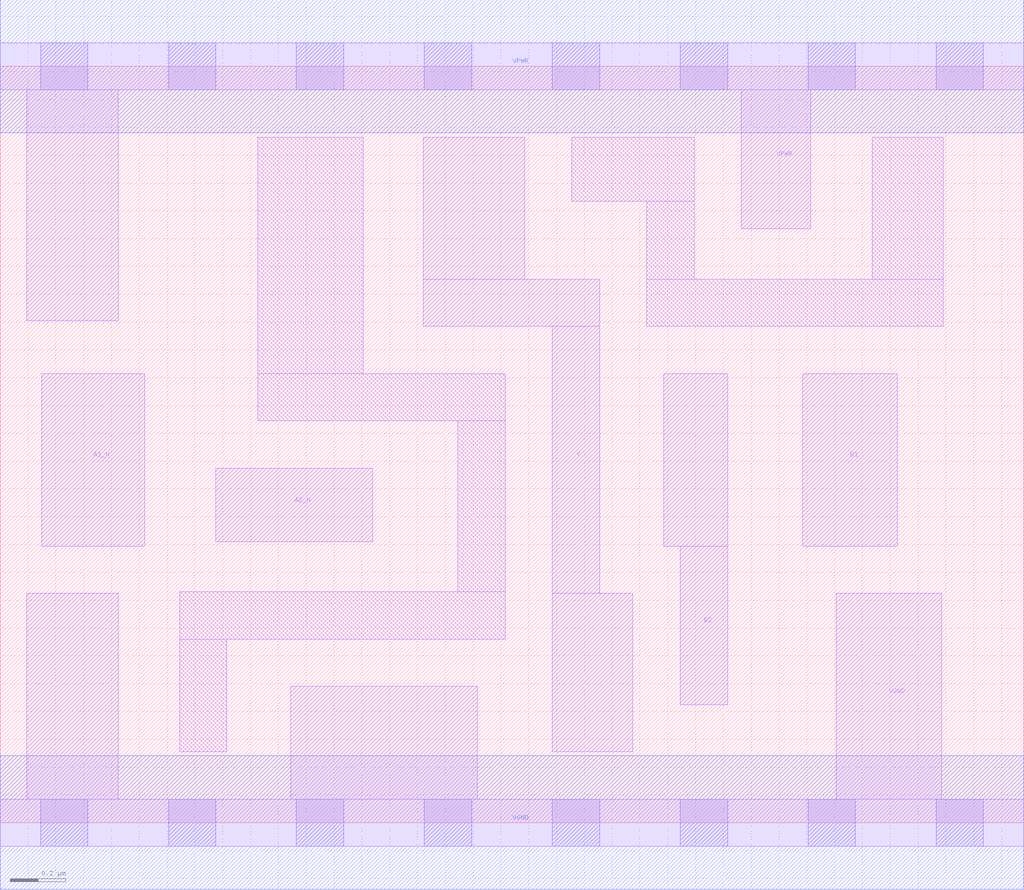
<source format=lef>
# Copyright 2020 The SkyWater PDK Authors
#
# Licensed under the Apache License, Version 2.0 (the "License");
# you may not use this file except in compliance with the License.
# You may obtain a copy of the License at
#
#     https://www.apache.org/licenses/LICENSE-2.0
#
# Unless required by applicable law or agreed to in writing, software
# distributed under the License is distributed on an "AS IS" BASIS,
# WITHOUT WARRANTIES OR CONDITIONS OF ANY KIND, either express or implied.
# See the License for the specific language governing permissions and
# limitations under the License.
#
# SPDX-License-Identifier: Apache-2.0

VERSION 5.7 ;
BUSBITCHARS "[]" ;
DIVIDERCHAR "/" ;
PROPERTYDEFINITIONS
  MACRO maskLayoutSubType STRING ;
  MACRO prCellType STRING ;
  MACRO originalViewName STRING ;
END PROPERTYDEFINITIONS
MACRO sky130_fd_sc_hdll__a2bb2oi_1
  ORIGIN  0.000000  0.000000 ;
  CLASS CORE ;
  SYMMETRY X Y R90 ;
  SIZE  3.680000 BY  2.720000 ;
  SITE unithd ;
  PIN A1_N
    ANTENNAGATEAREA  0.277500 ;
    DIRECTION INPUT ;
    USE SIGNAL ;
    PORT
      LAYER li1 ;
        RECT 0.150000 0.995000 0.520000 1.615000 ;
    END
  END A1_N
  PIN A2_N
    ANTENNAGATEAREA  0.277500 ;
    DIRECTION INPUT ;
    USE SIGNAL ;
    PORT
      LAYER li1 ;
        RECT 0.775000 1.010000 1.340000 1.275000 ;
    END
  END A2_N
  PIN B1
    ANTENNAGATEAREA  0.277500 ;
    DIRECTION INPUT ;
    USE SIGNAL ;
    PORT
      LAYER li1 ;
        RECT 2.885000 0.995000 3.225000 1.615000 ;
    END
  END B1
  PIN B2
    ANTENNAGATEAREA  0.277500 ;
    DIRECTION INPUT ;
    USE SIGNAL ;
    PORT
      LAYER li1 ;
        RECT 2.385000 0.995000 2.615000 1.615000 ;
        RECT 2.445000 0.425000 2.615000 0.995000 ;
    END
  END B2
  PIN Y
    ANTENNADIFFAREA  0.530000 ;
    DIRECTION OUTPUT ;
    USE SIGNAL ;
    PORT
      LAYER li1 ;
        RECT 1.520000 1.785000 2.155000 1.955000 ;
        RECT 1.520000 1.955000 1.885000 2.465000 ;
        RECT 1.985000 0.255000 2.275000 0.825000 ;
        RECT 1.985000 0.825000 2.155000 1.785000 ;
    END
  END Y
  PIN VGND
    DIRECTION INOUT ;
    USE GROUND ;
    PORT
      LAYER li1 ;
        RECT 0.000000 -0.085000 3.680000 0.085000 ;
        RECT 0.095000  0.085000 0.425000 0.825000 ;
        RECT 1.045000  0.085000 1.715000 0.490000 ;
        RECT 3.005000  0.085000 3.385000 0.825000 ;
      LAYER met1 ;
        RECT 0.000000 -0.240000 3.680000 0.240000 ;
    END
  END VGND
  PIN VPWR
    DIRECTION INOUT ;
    USE POWER ;
    PORT
      LAYER li1 ;
        RECT 0.000000 2.635000 3.680000 2.805000 ;
        RECT 0.095000 1.805000 0.425000 2.635000 ;
        RECT 2.665000 2.135000 2.915000 2.635000 ;
      LAYER met1 ;
        RECT 0.000000 2.480000 3.680000 2.960000 ;
    END
  END VPWR
  OBS
    LAYER li1 ;
      RECT 0.645000 0.255000 0.815000 0.660000 ;
      RECT 0.645000 0.660000 1.815000 0.830000 ;
      RECT 0.925000 1.445000 1.815000 1.615000 ;
      RECT 0.925000 1.615000 1.305000 2.465000 ;
      RECT 1.645000 0.830000 1.815000 1.445000 ;
      RECT 2.055000 2.235000 2.495000 2.465000 ;
      RECT 2.325000 1.785000 3.390000 1.955000 ;
      RECT 2.325000 1.955000 2.495000 2.235000 ;
      RECT 3.135000 1.955000 3.390000 2.465000 ;
    LAYER mcon ;
      RECT 0.145000 -0.085000 0.315000 0.085000 ;
      RECT 0.145000  2.635000 0.315000 2.805000 ;
      RECT 0.605000 -0.085000 0.775000 0.085000 ;
      RECT 0.605000  2.635000 0.775000 2.805000 ;
      RECT 1.065000 -0.085000 1.235000 0.085000 ;
      RECT 1.065000  2.635000 1.235000 2.805000 ;
      RECT 1.525000 -0.085000 1.695000 0.085000 ;
      RECT 1.525000  2.635000 1.695000 2.805000 ;
      RECT 1.985000 -0.085000 2.155000 0.085000 ;
      RECT 1.985000  2.635000 2.155000 2.805000 ;
      RECT 2.445000 -0.085000 2.615000 0.085000 ;
      RECT 2.445000  2.635000 2.615000 2.805000 ;
      RECT 2.905000 -0.085000 3.075000 0.085000 ;
      RECT 2.905000  2.635000 3.075000 2.805000 ;
      RECT 3.365000 -0.085000 3.535000 0.085000 ;
      RECT 3.365000  2.635000 3.535000 2.805000 ;
  END
  PROPERTY maskLayoutSubType "abstract" ;
  PROPERTY prCellType "standard" ;
  PROPERTY originalViewName "layout" ;
END sky130_fd_sc_hdll__a2bb2oi_1

</source>
